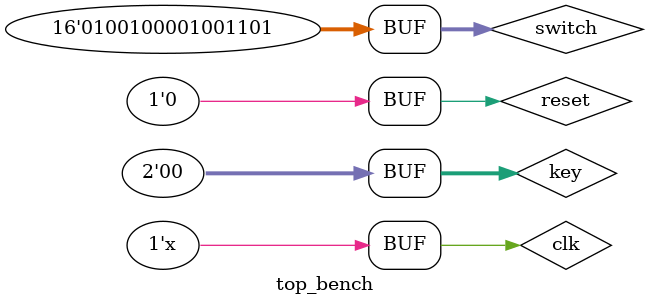
<source format=v>
`timescale 1ns / 1ps


module top_bench();
    reg [15:0]switch;
    reg [1:0] key;
    reg clk;
    reg reset;
    wire [7:0]ca;
    wire [3:0]an;

    top soc(
    .switch(switch),
    .key(key),
    .clk(clk),
    .reset(reset),
    .ca(ca),
    .an(an));
    parameter DELY = 1000;
    parameter KEYDELY = 5000;
    initial 

    begin
        clk<=0;
        reset <=1;
        #22;
        reset <=0;
        switch = 4'h0000;
        key = 2'b00;
        #100000 key = 2'b01;  
        #DELY key = 2'b00;
        #100000 key = 2'b01;  
        #DELY key = 2'b00;


        #100000 switch = 16'b0100111001000111; 
        #KEYDELY key = 2'b10;  
        #DELY key = 2'b00;

        #100000 switch = 16'b0100100001001101; 
        #KEYDELY key = 2'b10;  
        #DELY key = 2'b00;
    end

    always #5 clk=~clk;
endmodule

</source>
